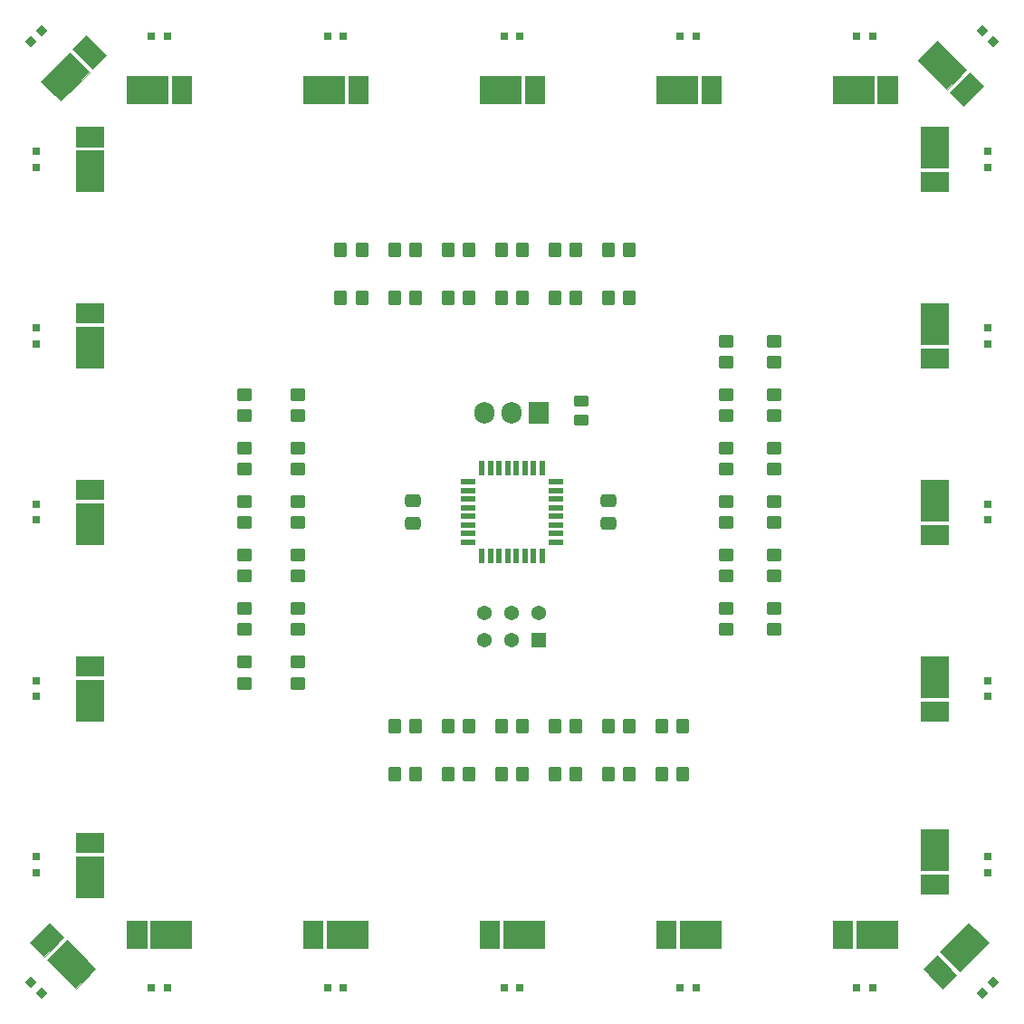
<source format=gbr>
%TF.GenerationSoftware,KiCad,Pcbnew,(6.0.9)*%
%TF.CreationDate,2023-04-03T18:36:50+10:00*%
%TF.ProjectId,Chi Chi - GV2,43686920-4368-4692-902d-204756322e6b,rev?*%
%TF.SameCoordinates,Original*%
%TF.FileFunction,Soldermask,Top*%
%TF.FilePolarity,Negative*%
%FSLAX46Y46*%
G04 Gerber Fmt 4.6, Leading zero omitted, Abs format (unit mm)*
G04 Created by KiCad (PCBNEW (6.0.9)) date 2023-04-03 18:36:50*
%MOMM*%
%LPD*%
G01*
G04 APERTURE LIST*
G04 Aperture macros list*
%AMRoundRect*
0 Rectangle with rounded corners*
0 $1 Rounding radius*
0 $2 $3 $4 $5 $6 $7 $8 $9 X,Y pos of 4 corners*
0 Add a 4 corners polygon primitive as box body*
4,1,4,$2,$3,$4,$5,$6,$7,$8,$9,$2,$3,0*
0 Add four circle primitives for the rounded corners*
1,1,$1+$1,$2,$3*
1,1,$1+$1,$4,$5*
1,1,$1+$1,$6,$7*
1,1,$1+$1,$8,$9*
0 Add four rect primitives between the rounded corners*
20,1,$1+$1,$2,$3,$4,$5,0*
20,1,$1+$1,$4,$5,$6,$7,0*
20,1,$1+$1,$6,$7,$8,$9,0*
20,1,$1+$1,$8,$9,$2,$3,0*%
%AMRotRect*
0 Rectangle, with rotation*
0 The origin of the aperture is its center*
0 $1 length*
0 $2 width*
0 $3 Rotation angle, in degrees counterclockwise*
0 Add horizontal line*
21,1,$1,$2,0,0,$3*%
G04 Aperture macros list end*
%ADD10C,0.010000*%
%ADD11RoundRect,0.250000X0.350000X0.450000X-0.350000X0.450000X-0.350000X-0.450000X0.350000X-0.450000X0*%
%ADD12RotRect,0.800000X0.800000X315.000000*%
%ADD13R,1.905000X2.000000*%
%ADD14O,1.905000X2.000000*%
%ADD15RoundRect,0.250000X0.450000X-0.350000X0.450000X0.350000X-0.450000X0.350000X-0.450000X-0.350000X0*%
%ADD16RoundRect,0.250000X-0.350000X-0.450000X0.350000X-0.450000X0.350000X0.450000X-0.350000X0.450000X0*%
%ADD17R,0.800000X0.800000*%
%ADD18RoundRect,0.250000X0.475000X-0.337500X0.475000X0.337500X-0.475000X0.337500X-0.475000X-0.337500X0*%
%ADD19RoundRect,0.250000X-0.450000X0.350000X-0.450000X-0.350000X0.450000X-0.350000X0.450000X0.350000X0*%
%ADD20RotRect,0.800000X0.800000X225.000000*%
%ADD21R,1.462000X0.507200*%
%ADD22R,0.507200X1.462000*%
%ADD23RoundRect,0.250000X-0.475000X0.337500X-0.475000X-0.337500X0.475000X-0.337500X0.475000X0.337500X0*%
%ADD24RoundRect,0.250000X0.450000X-0.262500X0.450000X0.262500X-0.450000X0.262500X-0.450000X-0.262500X0*%
%ADD25RotRect,0.800000X0.800000X45.000000*%
%ADD26R,1.370000X1.370000*%
%ADD27C,1.370000*%
%ADD28RotRect,0.800000X0.800000X135.000000*%
G04 APERTURE END LIST*
%TO.C,D7*%
G36*
X214547185Y-184204691D02*
G01*
X212706699Y-186045177D01*
X210015076Y-183353553D01*
X211855562Y-181513068D01*
X214547185Y-184204691D01*
G37*
D10*
X214547185Y-184204691D02*
X212706699Y-186045177D01*
X210015076Y-183353553D01*
X211855562Y-181513068D01*
X214547185Y-184204691D01*
G36*
X211570866Y-181228358D02*
G01*
X209730373Y-183068851D01*
X208459441Y-181797918D01*
X210299934Y-179957426D01*
X211570866Y-181228358D01*
G37*
X211570866Y-181228358D02*
X209730373Y-183068851D01*
X208459441Y-181797918D01*
X210299934Y-179957426D01*
X211570866Y-181228358D01*
%TO.C,D20*%
G36*
X294300000Y-109300000D02*
G01*
X291697160Y-109300000D01*
X291697160Y-105493470D01*
X294300000Y-105493470D01*
X294300000Y-109300000D01*
G37*
X294300000Y-109300000D02*
X291697160Y-109300000D01*
X291697160Y-105493470D01*
X294300000Y-105493470D01*
X294300000Y-109300000D01*
G36*
X294300000Y-111500000D02*
G01*
X291697150Y-111500000D01*
X291697150Y-109702630D01*
X294300000Y-109702630D01*
X294300000Y-111500000D01*
G37*
X294300000Y-111500000D02*
X291697150Y-111500000D01*
X291697150Y-109702630D01*
X294300000Y-109702630D01*
X294300000Y-111500000D01*
%TO.C,D17*%
G36*
X270800000Y-103302840D02*
G01*
X266993470Y-103302840D01*
X266993470Y-100700000D01*
X270800000Y-100700000D01*
X270800000Y-103302840D01*
G37*
X270800000Y-103302840D02*
X266993470Y-103302840D01*
X266993470Y-100700000D01*
X270800000Y-100700000D01*
X270800000Y-103302840D01*
G36*
X273000000Y-103302850D02*
G01*
X271202630Y-103302850D01*
X271202630Y-100700000D01*
X273000000Y-100700000D01*
X273000000Y-103302850D01*
G37*
X273000000Y-103302850D02*
X271202630Y-103302850D01*
X271202630Y-100700000D01*
X273000000Y-100700000D01*
X273000000Y-103302850D01*
%TO.C,D4*%
G36*
X256506530Y-182300000D02*
G01*
X252700000Y-182300000D01*
X252700000Y-179697160D01*
X256506530Y-179697160D01*
X256506530Y-182300000D01*
G37*
X256506530Y-182300000D02*
X252700000Y-182300000D01*
X252700000Y-179697160D01*
X256506530Y-179697160D01*
X256506530Y-182300000D01*
G36*
X252297370Y-182300000D02*
G01*
X250500000Y-182300000D01*
X250500000Y-179697150D01*
X252297370Y-179697150D01*
X252297370Y-182300000D01*
G37*
X252297370Y-182300000D02*
X250500000Y-182300000D01*
X250500000Y-179697150D01*
X252297370Y-179697150D01*
X252297370Y-182300000D01*
%TO.C,D13*%
G36*
X215542574Y-98799934D02*
G01*
X214271642Y-100070866D01*
X212431149Y-98230373D01*
X213702082Y-96959441D01*
X215542574Y-98799934D01*
G37*
X215542574Y-98799934D02*
X214271642Y-100070866D01*
X212431149Y-98230373D01*
X213702082Y-96959441D01*
X215542574Y-98799934D01*
G36*
X213986932Y-100355562D02*
G01*
X211295309Y-103047185D01*
X209454823Y-101206699D01*
X212146447Y-98515076D01*
X213986932Y-100355562D01*
G37*
X213986932Y-100355562D02*
X211295309Y-103047185D01*
X209454823Y-101206699D01*
X212146447Y-98515076D01*
X213986932Y-100355562D01*
%TO.C,D9*%
G36*
X215302840Y-161006530D02*
G01*
X212700000Y-161006530D01*
X212700000Y-157200000D01*
X215302840Y-157200000D01*
X215302840Y-161006530D01*
G37*
X215302840Y-161006530D02*
X212700000Y-161006530D01*
X212700000Y-157200000D01*
X215302840Y-157200000D01*
X215302840Y-161006530D01*
G36*
X215302850Y-156797370D02*
G01*
X212700000Y-156797370D01*
X212700000Y-155000000D01*
X215302850Y-155000000D01*
X215302850Y-156797370D01*
G37*
X215302850Y-156797370D02*
X212700000Y-156797370D01*
X212700000Y-155000000D01*
X215302850Y-155000000D01*
X215302850Y-156797370D01*
%TO.C,D24*%
G36*
X294300000Y-175000000D02*
G01*
X291697160Y-175000000D01*
X291697160Y-171193470D01*
X294300000Y-171193470D01*
X294300000Y-175000000D01*
G37*
X294300000Y-175000000D02*
X291697160Y-175000000D01*
X291697160Y-171193470D01*
X294300000Y-171193470D01*
X294300000Y-175000000D01*
G36*
X294300000Y-177200000D02*
G01*
X291697150Y-177200000D01*
X291697150Y-175402630D01*
X294300000Y-175402630D01*
X294300000Y-177200000D01*
G37*
X294300000Y-177200000D02*
X291697150Y-177200000D01*
X291697150Y-175402630D01*
X294300000Y-175402630D01*
X294300000Y-177200000D01*
%TO.C,D12*%
G36*
X215302850Y-107297370D02*
G01*
X212700000Y-107297370D01*
X212700000Y-105500000D01*
X215302850Y-105500000D01*
X215302850Y-107297370D01*
G37*
X215302850Y-107297370D02*
X212700000Y-107297370D01*
X212700000Y-105500000D01*
X215302850Y-105500000D01*
X215302850Y-107297370D01*
G36*
X215302840Y-111506530D02*
G01*
X212700000Y-111506530D01*
X212700000Y-107700000D01*
X215302840Y-107700000D01*
X215302840Y-111506530D01*
G37*
X215302840Y-111506530D02*
X212700000Y-111506530D01*
X212700000Y-107700000D01*
X215302840Y-107700000D01*
X215302840Y-111506530D01*
%TO.C,D15*%
G36*
X240000000Y-103302850D02*
G01*
X238202630Y-103302850D01*
X238202630Y-100700000D01*
X240000000Y-100700000D01*
X240000000Y-103302850D01*
G37*
X240000000Y-103302850D02*
X238202630Y-103302850D01*
X238202630Y-100700000D01*
X240000000Y-100700000D01*
X240000000Y-103302850D01*
G36*
X237800000Y-103302840D02*
G01*
X233993470Y-103302840D01*
X233993470Y-100700000D01*
X237800000Y-100700000D01*
X237800000Y-103302840D01*
G37*
X237800000Y-103302840D02*
X233993470Y-103302840D01*
X233993470Y-100700000D01*
X237800000Y-100700000D01*
X237800000Y-103302840D01*
%TO.C,D18*%
G36*
X289500000Y-103302850D02*
G01*
X287702630Y-103302850D01*
X287702630Y-100700000D01*
X289500000Y-100700000D01*
X289500000Y-103302850D01*
G37*
X289500000Y-103302850D02*
X287702630Y-103302850D01*
X287702630Y-100700000D01*
X289500000Y-100700000D01*
X289500000Y-103302850D01*
G36*
X287300000Y-103302840D02*
G01*
X283493470Y-103302840D01*
X283493470Y-100700000D01*
X287300000Y-100700000D01*
X287300000Y-103302840D01*
G37*
X287300000Y-103302840D02*
X283493470Y-103302840D01*
X283493470Y-100700000D01*
X287300000Y-100700000D01*
X287300000Y-103302840D01*
%TO.C,D5*%
G36*
X235797370Y-182300000D02*
G01*
X234000000Y-182300000D01*
X234000000Y-179697150D01*
X235797370Y-179697150D01*
X235797370Y-182300000D01*
G37*
X235797370Y-182300000D02*
X234000000Y-182300000D01*
X234000000Y-179697150D01*
X235797370Y-179697150D01*
X235797370Y-182300000D01*
G36*
X240006530Y-182300000D02*
G01*
X236200000Y-182300000D01*
X236200000Y-179697160D01*
X240006530Y-179697160D01*
X240006530Y-182300000D01*
G37*
X240006530Y-182300000D02*
X236200000Y-182300000D01*
X236200000Y-179697160D01*
X240006530Y-179697160D01*
X240006530Y-182300000D01*
%TO.C,D21*%
G36*
X294300000Y-128000000D02*
G01*
X291697150Y-128000000D01*
X291697150Y-126202630D01*
X294300000Y-126202630D01*
X294300000Y-128000000D01*
G37*
X294300000Y-128000000D02*
X291697150Y-128000000D01*
X291697150Y-126202630D01*
X294300000Y-126202630D01*
X294300000Y-128000000D01*
G36*
X294300000Y-125800000D02*
G01*
X291697160Y-125800000D01*
X291697160Y-121993470D01*
X294300000Y-121993470D01*
X294300000Y-125800000D01*
G37*
X294300000Y-125800000D02*
X291697160Y-125800000D01*
X291697160Y-121993470D01*
X294300000Y-121993470D01*
X294300000Y-125800000D01*
%TO.C,D16*%
G36*
X256500000Y-103302850D02*
G01*
X254702630Y-103302850D01*
X254702630Y-100700000D01*
X256500000Y-100700000D01*
X256500000Y-103302850D01*
G37*
X256500000Y-103302850D02*
X254702630Y-103302850D01*
X254702630Y-100700000D01*
X256500000Y-100700000D01*
X256500000Y-103302850D01*
G36*
X254300000Y-103302840D02*
G01*
X250493470Y-103302840D01*
X250493470Y-100700000D01*
X254300000Y-100700000D01*
X254300000Y-103302840D01*
G37*
X254300000Y-103302840D02*
X250493470Y-103302840D01*
X250493470Y-100700000D01*
X254300000Y-100700000D01*
X254300000Y-103302840D01*
%TO.C,D19*%
G36*
X297540559Y-101702082D02*
G01*
X295700066Y-103542574D01*
X294429134Y-102271642D01*
X296269627Y-100431149D01*
X297540559Y-101702082D01*
G37*
X297540559Y-101702082D02*
X295700066Y-103542574D01*
X294429134Y-102271642D01*
X296269627Y-100431149D01*
X297540559Y-101702082D01*
G36*
X295984924Y-100146447D02*
G01*
X294144438Y-101986932D01*
X291452815Y-99295309D01*
X293293301Y-97454823D01*
X295984924Y-100146447D01*
G37*
X295984924Y-100146447D02*
X294144438Y-101986932D01*
X291452815Y-99295309D01*
X293293301Y-97454823D01*
X295984924Y-100146447D01*
%TO.C,D14*%
G36*
X223500000Y-103302850D02*
G01*
X221702630Y-103302850D01*
X221702630Y-100700000D01*
X223500000Y-100700000D01*
X223500000Y-103302850D01*
G37*
X223500000Y-103302850D02*
X221702630Y-103302850D01*
X221702630Y-100700000D01*
X223500000Y-100700000D01*
X223500000Y-103302850D01*
G36*
X221300000Y-103302840D02*
G01*
X217493470Y-103302840D01*
X217493470Y-100700000D01*
X221300000Y-100700000D01*
X221300000Y-103302840D01*
G37*
X221300000Y-103302840D02*
X217493470Y-103302840D01*
X217493470Y-100700000D01*
X221300000Y-100700000D01*
X221300000Y-103302840D01*
%TO.C,D3*%
G36*
X268797370Y-182300000D02*
G01*
X267000000Y-182300000D01*
X267000000Y-179697150D01*
X268797370Y-179697150D01*
X268797370Y-182300000D01*
G37*
X268797370Y-182300000D02*
X267000000Y-182300000D01*
X267000000Y-179697150D01*
X268797370Y-179697150D01*
X268797370Y-182300000D01*
G36*
X273006530Y-182300000D02*
G01*
X269200000Y-182300000D01*
X269200000Y-179697160D01*
X273006530Y-179697160D01*
X273006530Y-182300000D01*
G37*
X273006530Y-182300000D02*
X269200000Y-182300000D01*
X269200000Y-179697160D01*
X273006530Y-179697160D01*
X273006530Y-182300000D01*
%TO.C,D22*%
G36*
X294300000Y-142300000D02*
G01*
X291697160Y-142300000D01*
X291697160Y-138493470D01*
X294300000Y-138493470D01*
X294300000Y-142300000D01*
G37*
X294300000Y-142300000D02*
X291697160Y-142300000D01*
X291697160Y-138493470D01*
X294300000Y-138493470D01*
X294300000Y-142300000D01*
G36*
X294300000Y-144500000D02*
G01*
X291697150Y-144500000D01*
X291697150Y-142702630D01*
X294300000Y-142702630D01*
X294300000Y-144500000D01*
G37*
X294300000Y-144500000D02*
X291697150Y-144500000D01*
X291697150Y-142702630D01*
X294300000Y-142702630D01*
X294300000Y-144500000D01*
%TO.C,D1*%
G36*
X295068851Y-184769627D02*
G01*
X293797918Y-186040559D01*
X291957426Y-184200066D01*
X293228358Y-182929134D01*
X295068851Y-184769627D01*
G37*
X295068851Y-184769627D02*
X293797918Y-186040559D01*
X291957426Y-184200066D01*
X293228358Y-182929134D01*
X295068851Y-184769627D01*
G36*
X298045177Y-181793301D02*
G01*
X295353553Y-184484924D01*
X293513068Y-182644438D01*
X296204691Y-179952815D01*
X298045177Y-181793301D01*
G37*
X298045177Y-181793301D02*
X295353553Y-184484924D01*
X293513068Y-182644438D01*
X296204691Y-179952815D01*
X298045177Y-181793301D01*
%TO.C,D6*%
G36*
X219297370Y-182300000D02*
G01*
X217500000Y-182300000D01*
X217500000Y-179697150D01*
X219297370Y-179697150D01*
X219297370Y-182300000D01*
G37*
X219297370Y-182300000D02*
X217500000Y-182300000D01*
X217500000Y-179697150D01*
X219297370Y-179697150D01*
X219297370Y-182300000D01*
G36*
X223506530Y-182300000D02*
G01*
X219700000Y-182300000D01*
X219700000Y-179697160D01*
X223506530Y-179697160D01*
X223506530Y-182300000D01*
G37*
X223506530Y-182300000D02*
X219700000Y-182300000D01*
X219700000Y-179697160D01*
X223506530Y-179697160D01*
X223506530Y-182300000D01*
%TO.C,D11*%
G36*
X215302850Y-123797370D02*
G01*
X212700000Y-123797370D01*
X212700000Y-122000000D01*
X215302850Y-122000000D01*
X215302850Y-123797370D01*
G37*
X215302850Y-123797370D02*
X212700000Y-123797370D01*
X212700000Y-122000000D01*
X215302850Y-122000000D01*
X215302850Y-123797370D01*
G36*
X215302840Y-128006530D02*
G01*
X212700000Y-128006530D01*
X212700000Y-124200000D01*
X215302840Y-124200000D01*
X215302840Y-128006530D01*
G37*
X215302840Y-128006530D02*
X212700000Y-128006530D01*
X212700000Y-124200000D01*
X215302840Y-124200000D01*
X215302840Y-128006530D01*
%TO.C,D10*%
G36*
X215302850Y-140297370D02*
G01*
X212700000Y-140297370D01*
X212700000Y-138500000D01*
X215302850Y-138500000D01*
X215302850Y-140297370D01*
G37*
X215302850Y-140297370D02*
X212700000Y-140297370D01*
X212700000Y-138500000D01*
X215302850Y-138500000D01*
X215302850Y-140297370D01*
G36*
X215302840Y-144506530D02*
G01*
X212700000Y-144506530D01*
X212700000Y-140700000D01*
X215302840Y-140700000D01*
X215302840Y-144506530D01*
G37*
X215302840Y-144506530D02*
X212700000Y-144506530D01*
X212700000Y-140700000D01*
X215302840Y-140700000D01*
X215302840Y-144506530D01*
%TO.C,D8*%
G36*
X215302850Y-173297370D02*
G01*
X212700000Y-173297370D01*
X212700000Y-171500000D01*
X215302850Y-171500000D01*
X215302850Y-173297370D01*
G37*
X215302850Y-173297370D02*
X212700000Y-173297370D01*
X212700000Y-171500000D01*
X215302850Y-171500000D01*
X215302850Y-173297370D01*
G36*
X215302840Y-177506530D02*
G01*
X212700000Y-177506530D01*
X212700000Y-173700000D01*
X215302840Y-173700000D01*
X215302840Y-177506530D01*
G37*
X215302840Y-177506530D02*
X212700000Y-177506530D01*
X212700000Y-173700000D01*
X215302840Y-173700000D01*
X215302840Y-177506530D01*
%TO.C,D2*%
G36*
X289506530Y-182300000D02*
G01*
X285700000Y-182300000D01*
X285700000Y-179697160D01*
X289506530Y-179697160D01*
X289506530Y-182300000D01*
G37*
X289506530Y-182300000D02*
X285700000Y-182300000D01*
X285700000Y-179697160D01*
X289506530Y-179697160D01*
X289506530Y-182300000D01*
G36*
X285297370Y-182300000D02*
G01*
X283500000Y-182300000D01*
X283500000Y-179697150D01*
X285297370Y-179697150D01*
X285297370Y-182300000D01*
G37*
X285297370Y-182300000D02*
X283500000Y-182300000D01*
X283500000Y-179697150D01*
X285297370Y-179697150D01*
X285297370Y-182300000D01*
%TO.C,D23*%
G36*
X294300000Y-161000000D02*
G01*
X291697150Y-161000000D01*
X291697150Y-159202630D01*
X294300000Y-159202630D01*
X294300000Y-161000000D01*
G37*
X294300000Y-161000000D02*
X291697150Y-161000000D01*
X291697150Y-159202630D01*
X294300000Y-159202630D01*
X294300000Y-161000000D01*
G36*
X294300000Y-158800000D02*
G01*
X291697160Y-158800000D01*
X291697160Y-154993470D01*
X294300000Y-154993470D01*
X294300000Y-158800000D01*
G37*
X294300000Y-158800000D02*
X291697160Y-158800000D01*
X291697160Y-154993470D01*
X294300000Y-154993470D01*
X294300000Y-158800000D01*
%TD*%
D11*
%TO.C,R2*%
X264500000Y-161500000D03*
X262500000Y-161500000D03*
%TD*%
D12*
%TO.C,A19*%
X297469670Y-96469670D03*
X298530330Y-97530330D03*
%TD*%
D13*
%TO.C,Q1*%
X256040000Y-132250000D03*
D14*
X253500000Y-132250000D03*
X250960000Y-132250000D03*
%TD*%
D15*
%TO.C,R19*%
X228500000Y-147500000D03*
X228500000Y-145500000D03*
%TD*%
D16*
%TO.C,R28*%
X242500000Y-117000000D03*
X244500000Y-117000000D03*
%TD*%
D17*
%TO.C,A18*%
X285750000Y-97000000D03*
X287250000Y-97000000D03*
%TD*%
D18*
%TO.C,C1*%
X262500000Y-142537500D03*
X262500000Y-140462500D03*
%TD*%
D17*
%TO.C,A12*%
X209000000Y-109250000D03*
X209000000Y-107750000D03*
%TD*%
D11*
%TO.C,R7*%
X259500000Y-166000000D03*
X257500000Y-166000000D03*
%TD*%
%TO.C,R9*%
X249500000Y-161500000D03*
X247500000Y-161500000D03*
%TD*%
D16*
%TO.C,R27*%
X237500000Y-117000000D03*
X239500000Y-117000000D03*
%TD*%
%TO.C,R25*%
X237500000Y-121500000D03*
X239500000Y-121500000D03*
%TD*%
D17*
%TO.C,A5*%
X237750000Y-186000000D03*
X236250000Y-186000000D03*
%TD*%
%TO.C,A6*%
X221250000Y-186000000D03*
X219750000Y-186000000D03*
%TD*%
D11*
%TO.C,R5*%
X259500000Y-161500000D03*
X257500000Y-161500000D03*
%TD*%
%TO.C,R12*%
X244500000Y-166000000D03*
X242500000Y-166000000D03*
%TD*%
D19*
%TO.C,R46*%
X273500000Y-150500000D03*
X273500000Y-152500000D03*
%TD*%
%TO.C,R40*%
X278000000Y-130500000D03*
X278000000Y-132500000D03*
%TD*%
D15*
%TO.C,R20*%
X228500000Y-142500000D03*
X228500000Y-140500000D03*
%TD*%
D11*
%TO.C,R11*%
X249500000Y-166000000D03*
X247500000Y-166000000D03*
%TD*%
%TO.C,R4*%
X264500000Y-166000000D03*
X262500000Y-166000000D03*
%TD*%
D17*
%TO.C,A16*%
X252750000Y-97000000D03*
X254250000Y-97000000D03*
%TD*%
D11*
%TO.C,R8*%
X254500000Y-166000000D03*
X252500000Y-166000000D03*
%TD*%
D20*
%TO.C,A1*%
X298530330Y-185469670D03*
X297469670Y-186530330D03*
%TD*%
D11*
%TO.C,R10*%
X244500000Y-161500000D03*
X242500000Y-161500000D03*
%TD*%
D21*
%TO.C,U1*%
X249381000Y-138700000D03*
X249381000Y-139500000D03*
X249381000Y-140300000D03*
X249381000Y-141100000D03*
X249381000Y-141900000D03*
X249381000Y-142700000D03*
X249381000Y-143500000D03*
X249381000Y-144300000D03*
D22*
X250700000Y-145619000D03*
X251500000Y-145619000D03*
X252300000Y-145619000D03*
X253100000Y-145619000D03*
X253900000Y-145619000D03*
X254700000Y-145619000D03*
X255500000Y-145619000D03*
X256300000Y-145619000D03*
D21*
X257619000Y-144300000D03*
X257619000Y-143500000D03*
X257619000Y-142700000D03*
X257619000Y-141900000D03*
X257619000Y-141100000D03*
X257619000Y-140300000D03*
X257619000Y-139500000D03*
X257619000Y-138700000D03*
D22*
X256300000Y-137381000D03*
X255500000Y-137381000D03*
X254700000Y-137381000D03*
X253900000Y-137381000D03*
X253100000Y-137381000D03*
X252300000Y-137381000D03*
X251500000Y-137381000D03*
X250700000Y-137381000D03*
%TD*%
D15*
%TO.C,R15*%
X228500000Y-157500000D03*
X228500000Y-155500000D03*
%TD*%
D11*
%TO.C,R6*%
X254500000Y-161500000D03*
X252500000Y-161500000D03*
%TD*%
D19*
%TO.C,R48*%
X278000000Y-150500000D03*
X278000000Y-152500000D03*
%TD*%
D15*
%TO.C,R17*%
X233500000Y-147500000D03*
X233500000Y-145500000D03*
%TD*%
D16*
%TO.C,R34*%
X262500000Y-121500000D03*
X264500000Y-121500000D03*
%TD*%
D19*
%TO.C,R47*%
X278000000Y-145500000D03*
X278000000Y-147500000D03*
%TD*%
%TO.C,R42*%
X273500000Y-140500000D03*
X273500000Y-142500000D03*
%TD*%
D15*
%TO.C,R22*%
X233500000Y-132500000D03*
X233500000Y-130500000D03*
%TD*%
D17*
%TO.C,A14*%
X219750000Y-97000000D03*
X221250000Y-97000000D03*
%TD*%
%TO.C,A3*%
X270750000Y-186000000D03*
X269250000Y-186000000D03*
%TD*%
D15*
%TO.C,R21*%
X233500000Y-137500000D03*
X233500000Y-135500000D03*
%TD*%
%TO.C,R24*%
X228500000Y-132500000D03*
X228500000Y-130500000D03*
%TD*%
D17*
%TO.C,A11*%
X209000000Y-125750000D03*
X209000000Y-124250000D03*
%TD*%
D23*
%TO.C,C2*%
X244250000Y-140462500D03*
X244250000Y-142537500D03*
%TD*%
D24*
%TO.C,R49*%
X260000000Y-132912500D03*
X260000000Y-131087500D03*
%TD*%
D15*
%TO.C,R14*%
X233500000Y-152500000D03*
X233500000Y-150500000D03*
%TD*%
D17*
%TO.C,A10*%
X209000000Y-142250000D03*
X209000000Y-140750000D03*
%TD*%
D15*
%TO.C,R23*%
X228500000Y-137500000D03*
X228500000Y-135500000D03*
%TD*%
D19*
%TO.C,R45*%
X273500000Y-145500000D03*
X273500000Y-147500000D03*
%TD*%
%TO.C,R41*%
X273500000Y-135500000D03*
X273500000Y-137500000D03*
%TD*%
D16*
%TO.C,R32*%
X252500000Y-117000000D03*
X254500000Y-117000000D03*
%TD*%
%TO.C,R29*%
X247500000Y-121500000D03*
X249500000Y-121500000D03*
%TD*%
D11*
%TO.C,R3*%
X269500000Y-166000000D03*
X267500000Y-166000000D03*
%TD*%
D17*
%TO.C,A23*%
X298000000Y-157250000D03*
X298000000Y-158750000D03*
%TD*%
D19*
%TO.C,R39*%
X278000000Y-125500000D03*
X278000000Y-127500000D03*
%TD*%
D16*
%TO.C,R33*%
X257500000Y-121500000D03*
X259500000Y-121500000D03*
%TD*%
%TO.C,R35*%
X257500000Y-117000000D03*
X259500000Y-117000000D03*
%TD*%
D15*
%TO.C,R18*%
X233500000Y-142500000D03*
X233500000Y-140500000D03*
%TD*%
D19*
%TO.C,R38*%
X273500000Y-130500000D03*
X273500000Y-132500000D03*
%TD*%
D17*
%TO.C,A9*%
X209000000Y-158750000D03*
X209000000Y-157250000D03*
%TD*%
D16*
%TO.C,R36*%
X262500000Y-117000000D03*
X264500000Y-117000000D03*
%TD*%
D17*
%TO.C,A15*%
X236250000Y-97000000D03*
X237750000Y-97000000D03*
%TD*%
D19*
%TO.C,R44*%
X278000000Y-140500000D03*
X278000000Y-142500000D03*
%TD*%
D25*
%TO.C,A13*%
X208469670Y-97530330D03*
X209530330Y-96469670D03*
%TD*%
D17*
%TO.C,A24*%
X298000000Y-173750000D03*
X298000000Y-175250000D03*
%TD*%
D15*
%TO.C,R13*%
X233500000Y-157500000D03*
X233500000Y-155500000D03*
%TD*%
D17*
%TO.C,A21*%
X298000000Y-124250000D03*
X298000000Y-125750000D03*
%TD*%
%TO.C,A4*%
X254250000Y-186000000D03*
X252750000Y-186000000D03*
%TD*%
D26*
%TO.C,J1*%
X256040000Y-153500000D03*
D27*
X256040000Y-150960000D03*
X253500000Y-153500000D03*
X253500000Y-150960000D03*
X250960000Y-153500000D03*
X250960000Y-150960000D03*
%TD*%
D19*
%TO.C,R37*%
X273500000Y-125500000D03*
X273500000Y-127500000D03*
%TD*%
D16*
%TO.C,R26*%
X242500000Y-121500000D03*
X244500000Y-121500000D03*
%TD*%
D19*
%TO.C,R43*%
X278000000Y-135500000D03*
X278000000Y-137500000D03*
%TD*%
D16*
%TO.C,R31*%
X247500000Y-117000000D03*
X249500000Y-117000000D03*
%TD*%
D17*
%TO.C,A8*%
X209000000Y-175250000D03*
X209000000Y-173750000D03*
%TD*%
%TO.C,A20*%
X298000000Y-107750000D03*
X298000000Y-109250000D03*
%TD*%
D28*
%TO.C,A7*%
X209530330Y-186530330D03*
X208469670Y-185469670D03*
%TD*%
D16*
%TO.C,R30*%
X252500000Y-121500000D03*
X254500000Y-121500000D03*
%TD*%
D11*
%TO.C,R1*%
X269500000Y-161500000D03*
X267500000Y-161500000D03*
%TD*%
D15*
%TO.C,R16*%
X228500000Y-152500000D03*
X228500000Y-150500000D03*
%TD*%
D17*
%TO.C,A2*%
X287250000Y-186000000D03*
X285750000Y-186000000D03*
%TD*%
%TO.C,A22*%
X298000000Y-140750000D03*
X298000000Y-142250000D03*
%TD*%
%TO.C,A17*%
X269250000Y-97000000D03*
X270750000Y-97000000D03*
%TD*%
M02*

</source>
